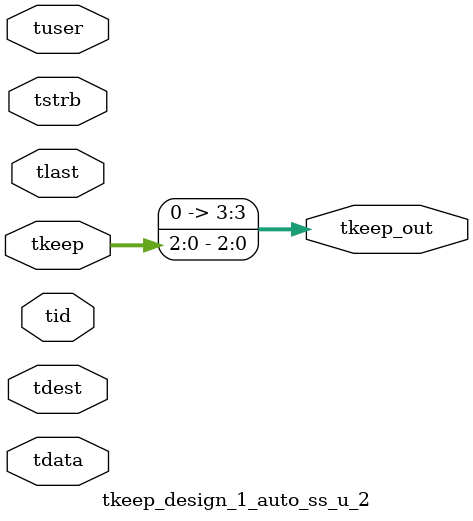
<source format=v>


`timescale 1ps/1ps

module tkeep_design_1_auto_ss_u_2 #
(
parameter C_S_AXIS_TDATA_WIDTH = 32,
parameter C_S_AXIS_TUSER_WIDTH = 0,
parameter C_S_AXIS_TID_WIDTH   = 0,
parameter C_S_AXIS_TDEST_WIDTH = 0,
parameter C_M_AXIS_TDATA_WIDTH = 32
)
(
input  [(C_S_AXIS_TDATA_WIDTH == 0 ? 1 : C_S_AXIS_TDATA_WIDTH)-1:0     ] tdata,
input  [(C_S_AXIS_TUSER_WIDTH == 0 ? 1 : C_S_AXIS_TUSER_WIDTH)-1:0     ] tuser,
input  [(C_S_AXIS_TID_WIDTH   == 0 ? 1 : C_S_AXIS_TID_WIDTH)-1:0       ] tid,
input  [(C_S_AXIS_TDEST_WIDTH == 0 ? 1 : C_S_AXIS_TDEST_WIDTH)-1:0     ] tdest,
input  [(C_S_AXIS_TDATA_WIDTH/8)-1:0 ] tkeep,
input  [(C_S_AXIS_TDATA_WIDTH/8)-1:0 ] tstrb,
input                                                                    tlast,
output [(C_M_AXIS_TDATA_WIDTH/8)-1:0 ] tkeep_out
);

assign tkeep_out = {tkeep[2:0]};

endmodule


</source>
